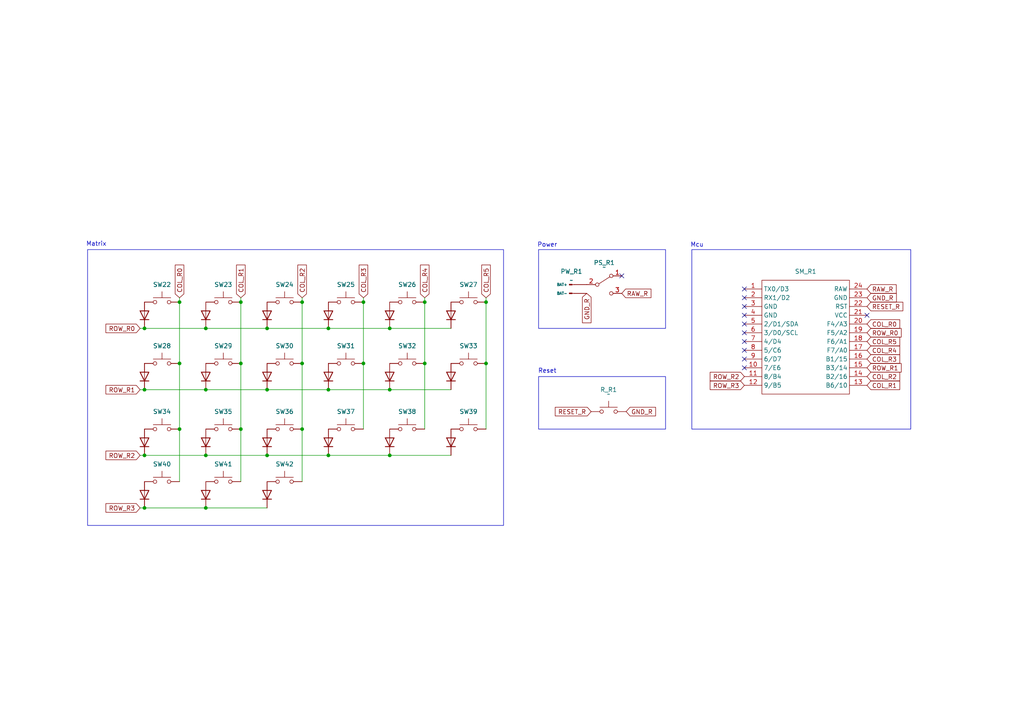
<source format=kicad_sch>
(kicad_sch (version 20250114) (generator "eeschema") (generator_version "9.0")
  (paper "A4")
  (lib_symbols
    (symbol "kometa:Battery" (pin_numbers (hide yes)) (pin_names (offset 1.778))
      (property "Reference" "PW" (at 0 4.826 0))
      (symbol "Battery_1_1"
        (rectangle (start -1.6764 1.397) (end -2.54 1.143) (stroke (width 0.1524)) (fill (type outline)))
        (rectangle (start -1.6764 -1.143) (end -2.54 -1.397) (stroke (width 0.1524)) (fill (type outline)))
        (polyline (pts (xy -1.27 1.27) (xy -1.6764 1.27)) (stroke (width 0.1524)))
        (polyline (pts (xy -1.27 -1.27) (xy -1.6764 -1.27)) (stroke (width 0.1524)))
        (pin passive line (at 2.54 1.27 180) (length 3.81) (name "BAT+") (number "1"))
        (pin passive line (at 2.54 -1.27 180) (length 3.81) (name "BAT-") (number "2"))
      )
    )
    (symbol "kometa:Diode" (pin_numbers (hide yes)) (pin_names (hide yes))
      (property "Reference" "D" (at 0 2.54 0))
      (symbol "Diode_0_1"
        (polyline (pts (xy -1.27 1.27) (xy -1.27 -1.27)) (stroke (width 0.254)))
        (polyline (pts (xy 1.27 1.27) (xy 1.27 -1.27) (xy -1.27 0) (xy 1.27 1.27)) (stroke (width 0.254)))
        (polyline (pts (xy 1.27 0) (xy -1.27 0)))
      )
      (symbol "Diode_1_1"
        (pin passive line (at -3.81 0 0) (length 2.54) (name "K") (number "1"))
        (pin passive line (at 3.81 0 180) (length 2.54) (name "A") (number "2"))
      )
    )
    (symbol "kometa:Keyswitch" (pin_numbers (hide yes)) (pin_names (hide yes))
      (property "Reference" "SW" (at 0 4.572 0))
      (symbol "Keyswitch_0_1"
        (circle (center -2.032 0) (radius 0.508))
        (polyline (pts (xy 0 1.27) (xy 0 3.048)))
        (circle (center 2.032 0) (radius 0.508))
        (polyline (pts (xy 2.54 1.27) (xy -2.54 1.27)))
        (pin passive line (at -5.08 0 0) (length 2.54) (name "1") (number "1"))
        (pin passive line (at 5.08 0 180) (length 2.54) (name "2") (number "2"))
      )
    )
    (symbol "kometa:Power" (pin_names (hide yes))
      (property "Reference" "PS" (at 0 7.874 0))
      (symbol "Power_0_0"
        (circle (center -4.572 0) (radius 0.508))
        (circle (center -0.508 -2.54) (radius 0.508))
      )
      (symbol "Power_0_1"
        (polyline (pts (xy -4.064 0.254) (xy -0.889 2.286)))
        (circle (center -0.508 2.54) (radius 0.508))
      )
      (symbol "Power_1_1"
        (pin passive line (at -7.62 0 0) (length 2.54) (name "B") (number "2"))
        (pin passive line (at 2.54 2.54 180) (length 2.54) (name "A") (number "1"))
        (pin passive line (at 2.54 -2.54 180) (length 2.54) (name "C") (number "3"))
      )
    )
    (symbol "kometa:Reset" (pin_numbers (hide yes)) (pin_names (offset 1.27) (hide yes))
      (property "Reference" "R" (at 0 4.826 0))
      (symbol "Reset_0_1"
        (circle (center -2.032 0) (radius 0.508))
        (polyline (pts (xy 0 1.27) (xy 0 3.048)))
        (circle (center 2.032 0) (radius 0.508))
        (polyline (pts (xy 2.54 1.27) (xy -2.54 1.27)))
        (pin passive line (at -5.08 0 0) (length 2.54) (name "1") (number "1"))
        (pin passive line (at 5.08 0 180) (length 2.54) (name "2") (number "2"))
      )
    )
    (symbol "kometa:SuperMini"
      (property "Reference" "SM" (at 0 17.272 0))
      (symbol "SuperMini_0_1"
        (rectangle (start -12.7 15.24) (end 12.7 -17.78))
      )
      (symbol "SuperMini_1_1"
        (pin bidirectional line (at -17.78 12.7 0) (length 5.08) (name "TX0/D3") (number "1"))
        (pin bidirectional line (at -17.78 10.16 0) (length 5.08) (name "RX1/D2") (number "2"))
        (pin power_in line (at -17.78 7.62 0) (length 5.08) (name "GND") (number "3"))
        (pin power_in line (at -17.78 5.08 0) (length 5.08) (name "GND") (number "4"))
        (pin bidirectional line (at -17.78 2.54 0) (length 5.08) (name "2/D1/SDA") (number "5"))
        (pin bidirectional line (at -17.78 0 0) (length 5.08) (name "3/D0/SCL") (number "6"))
        (pin bidirectional line (at -17.78 -2.54 0) (length 5.08) (name "4/D4") (number "7"))
        (pin bidirectional line (at -17.78 -5.08 0) (length 5.08) (name "5/C6") (number "8"))
        (pin bidirectional line (at -17.78 -7.62 0) (length 5.08) (name "6/D7") (number "9"))
        (pin bidirectional line (at -17.78 -10.16 0) (length 5.08) (name "7/E6") (number "10"))
        (pin bidirectional line (at -17.78 -12.7 0) (length 5.08) (name "8/B4") (number "11"))
        (pin bidirectional line (at -17.78 -15.24 0) (length 5.08) (name "9/B5") (number "12"))
        (pin power_out line (at 17.78 12.7 180) (length 5.08) (name "RAW") (number "24"))
        (pin power_in line (at 17.78 10.16 180) (length 5.08) (name "GND") (number "23"))
        (pin input line (at 17.78 7.62 180) (length 5.08) (name "RST") (number "22"))
        (pin power_in line (at 17.78 5.08 180) (length 5.08) (name "VCC") (number "21"))
        (pin bidirectional line (at 17.78 2.54 180) (length 5.08) (name "F4/A3") (number "20"))
        (pin bidirectional line (at 17.78 0 180) (length 5.08) (name "F5/A2") (number "19"))
        (pin bidirectional line (at 17.78 -2.54 180) (length 5.08) (name "F6/A1") (number "18"))
        (pin bidirectional line (at 17.78 -5.08 180) (length 5.08) (name "F7/A0") (number "17"))
        (pin bidirectional line (at 17.78 -7.62 180) (length 5.08) (name "B1/15") (number "16"))
        (pin bidirectional line (at 17.78 -10.16 180) (length 5.08) (name "B3/14") (number "15"))
        (pin bidirectional line (at 17.78 -12.7 180) (length 5.08) (name "B2/16") (number "14"))
        (pin bidirectional line (at 17.78 -15.24 180) (length 5.08) (name "B6/10") (number "13"))
      )
    )
  )
  (rectangle (start 156.21 72.39) (end 193.04 95.25))
  (rectangle (start 25.4 72.39) (end 146.05 152.4))
  (rectangle (start 200.66 72.39) (end 264.16 124.46))
  (rectangle (start 156.21 109.22) (end 193.04 124.46))
  (text "Reset\n" (at 158.75 107.696 0) (effects (font (size 1.27 1.27))))
  (text "Power\n" (at 158.75 71.12 0) (effects (font (size 1.27 1.27))))
  (text "Mcu" (at 202.184 71.12 0) (effects (font (size 1.27 1.27))))
  (text "Matrix\n" (at 27.94 70.866 0) (effects (font (size 1.27 1.27))))
  (junction (at 69.85 87.63))
  (junction (at 87.63 124.46))
  (junction (at 41.91 113.03))
  (junction (at 105.41 87.63))
  (junction (at 123.19 105.41))
  (junction (at 95.25 95.25))
  (junction (at 52.07 105.41))
  (junction (at 69.85 105.41))
  (junction (at 140.97 87.63))
  (junction (at 41.91 95.25))
  (junction (at 113.03 132.08))
  (junction (at 52.07 124.46))
  (junction (at 41.91 147.32))
  (junction (at 77.47 132.08))
  (junction (at 140.97 105.41))
  (junction (at 77.47 95.25))
  (junction (at 52.07 87.63))
  (junction (at 87.63 87.63))
  (junction (at 59.69 147.32))
  (junction (at 113.03 113.03))
  (junction (at 41.91 132.08))
  (junction (at 69.85 124.46))
  (junction (at 95.25 132.08))
  (junction (at 113.03 95.25))
  (junction (at 59.69 95.25))
  (junction (at 95.25 113.03))
  (junction (at 105.41 105.41))
  (junction (at 123.19 87.63))
  (junction (at 59.69 132.08))
  (junction (at 77.47 113.03))
  (junction (at 87.63 105.41))
  (junction (at 59.69 113.03))
  (no_connect (at 215.9 83.82))
  (no_connect (at 215.9 88.9))
  (no_connect (at 215.9 101.6))
  (no_connect (at 334.01 6.35))
  (no_connect (at 215.9 86.36))
  (no_connect (at 215.9 93.98))
  (no_connect (at 215.9 104.14))
  (no_connect (at 215.9 99.06))
  (no_connect (at 215.9 106.68))
  (no_connect (at 215.9 91.44))
  (no_connect (at 180.34 80.01))
  (no_connect (at 251.46 91.44))
  (no_connect (at 215.9 96.52))
  (wire (pts (xy 87.63 86.36) (xy 87.63 87.63)))
  (wire (pts (xy 41.91 95.25) (xy 59.69 95.25)))
  (wire (pts (xy 40.64 113.03) (xy 41.91 113.03)))
  (wire (pts (xy 59.69 113.03) (xy 77.47 113.03)))
  (wire (pts (xy 105.41 105.41) (xy 105.41 124.46)))
  (wire (pts (xy 52.07 124.46) (xy 52.07 139.7)))
  (wire (pts (xy 140.97 86.36) (xy 140.97 87.63)))
  (wire (pts (xy 123.19 86.36) (xy 123.19 87.63)))
  (wire (pts (xy 52.07 87.63) (xy 52.07 105.41)))
  (wire (pts (xy 123.19 105.41) (xy 123.19 124.46)))
  (wire (pts (xy 113.03 113.03) (xy 130.81 113.03)))
  (wire (pts (xy 69.85 105.41) (xy 69.85 124.46)))
  (wire (pts (xy 59.69 95.25) (xy 77.47 95.25)))
  (wire (pts (xy 40.64 147.32) (xy 41.91 147.32)))
  (wire (pts (xy 59.69 132.08) (xy 77.47 132.08)))
  (wire (pts (xy 105.41 87.63) (xy 105.41 105.41)))
  (wire (pts (xy 77.47 132.08) (xy 95.25 132.08)))
  (wire (pts (xy 113.03 132.08) (xy 130.81 132.08)))
  (wire (pts (xy 123.19 87.63) (xy 123.19 105.41)))
  (wire (pts (xy 41.91 132.08) (xy 59.69 132.08)))
  (wire (pts (xy 40.64 132.08) (xy 41.91 132.08)))
  (wire (pts (xy 87.63 124.46) (xy 87.63 139.7)))
  (wire (pts (xy 87.63 87.63) (xy 87.63 105.41)))
  (wire (pts (xy 113.03 95.25) (xy 130.81 95.25)))
  (wire (pts (xy 59.69 147.32) (xy 77.47 147.32)))
  (wire (pts (xy 87.63 105.41) (xy 87.63 124.46)))
  (wire (pts (xy 77.47 95.25) (xy 95.25 95.25)))
  (wire (pts (xy 41.91 113.03) (xy 59.69 113.03)))
  (wire (pts (xy 40.64 95.25) (xy 41.91 95.25)))
  (wire (pts (xy 69.85 86.36) (xy 69.85 87.63)))
  (wire (pts (xy 52.07 86.36) (xy 52.07 87.63)))
  (wire (pts (xy 52.07 105.41) (xy 52.07 124.46)))
  (wire (pts (xy 140.97 105.41) (xy 140.97 124.46)))
  (wire (pts (xy 105.41 86.36) (xy 105.41 87.63)))
  (wire (pts (xy 69.85 124.46) (xy 69.85 139.7)))
  (wire (pts (xy 69.85 87.63) (xy 69.85 105.41)))
  (wire (pts (xy 77.47 113.03) (xy 95.25 113.03)))
  (wire (pts (xy 140.97 87.63) (xy 140.97 105.41)))
  (wire (pts (xy 95.25 95.25) (xy 113.03 95.25)))
  (wire (pts (xy 41.91 147.32) (xy 59.69 147.32)))
  (wire (pts (xy 95.25 113.03) (xy 113.03 113.03)))
  (wire (pts (xy 95.25 132.08) (xy 113.03 132.08)))
  (global_label "COL_R4" (shape input) (at 251.46 101.6 0) (property "Intersheetrefs" "${INTERSHEET_REFS}" (effects (hide yes))))
  (global_label "ROW_R3" (shape input) (at 215.9 111.76 180) (property "Intersheetrefs" "${INTERSHEET_REFS}" (effects (hide yes))))
  (global_label "COL_R1" (shape input) (at 251.46 111.76 0) (property "Intersheetrefs" "${INTERSHEET_REFS}" (effects (hide yes))))
  (global_label "ROW_R1" (shape input) (at 40.64 113.03 180) (property "Intersheetrefs" "${INTERSHEET_REFS}" (effects (hide yes))))
  (global_label "COL_R5" (shape input) (at 251.46 99.06 0) (property "Intersheetrefs" "${INTERSHEET_REFS}" (effects (hide yes))))
  (global_label "RAW_R" (shape input) (at 251.46 83.82 0) (property "Intersheetrefs" "${INTERSHEET_REFS}" (effects (hide yes))))
  (global_label "ROW_R0" (shape input) (at 251.46 96.52 0) (property "Intersheetrefs" "${INTERSHEET_REFS}" (effects (hide yes))))
  (global_label "COL_R5" (shape input) (at 140.97 86.36 90) (property "Intersheetrefs" "${INTERSHEET_REFS}" (effects (hide yes))))
  (global_label "COL_R0" (shape input) (at 251.46 93.98 0) (property "Intersheetrefs" "${INTERSHEET_REFS}" (effects (hide yes))))
  (global_label "ROW_R3" (shape input) (at 40.64 147.32 180) (property "Intersheetrefs" "${INTERSHEET_REFS}" (effects (hide yes))))
  (global_label "COL_R4" (shape input) (at 123.19 86.36 90) (property "Intersheetrefs" "${INTERSHEET_REFS}" (effects (hide yes))))
  (global_label "ROW_R0" (shape input) (at 40.64 95.25 180) (property "Intersheetrefs" "${INTERSHEET_REFS}" (effects (hide yes))))
  (global_label "COL_R0" (shape input) (at 52.07 86.36 90) (property "Intersheetrefs" "${INTERSHEET_REFS}" (effects (hide yes))))
  (global_label "RESET_R" (shape input) (at 171.45 119.38 180) (property "Intersheetrefs" "${INTERSHEET_REFS}" (effects (hide yes))))
  (global_label "COL_R3" (shape input) (at 251.46 104.14 0) (property "Intersheetrefs" "${INTERSHEET_REFS}" (effects (hide yes))))
  (global_label "GND_R" (shape input) (at 170.18 85.09 270) (property "Intersheetrefs" "${INTERSHEET_REFS}" (effects (hide yes))))
  (global_label "ROW_R2" (shape input) (at 215.9 109.22 180) (property "Intersheetrefs" "${INTERSHEET_REFS}" (effects (hide yes))))
  (global_label "ROW_R1" (shape input) (at 251.46 106.68 0) (property "Intersheetrefs" "${INTERSHEET_REFS}" (effects (hide yes))))
  (global_label "RESET_R" (shape input) (at 251.46 88.9 0) (property "Intersheetrefs" "${INTERSHEET_REFS}" (effects (hide yes))))
  (global_label "RAW_R" (shape input) (at 180.34 85.09 0) (property "Intersheetrefs" "${INTERSHEET_REFS}" (effects (hide yes))))
  (global_label "COL_R2" (shape input) (at 87.63 86.36 90) (property "Intersheetrefs" "${INTERSHEET_REFS}" (effects (hide yes))))
  (global_label "COL_R3" (shape input) (at 105.41 86.36 90) (property "Intersheetrefs" "${INTERSHEET_REFS}" (effects (hide yes))))
  (global_label "COL_R2" (shape input) (at 251.46 109.22 0) (property "Intersheetrefs" "${INTERSHEET_REFS}" (effects (hide yes))))
  (global_label "COL_R1" (shape input) (at 69.85 86.36 90) (property "Intersheetrefs" "${INTERSHEET_REFS}" (effects (hide yes))))
  (global_label "ROW_R2" (shape input) (at 40.64 132.08 180) (property "Intersheetrefs" "${INTERSHEET_REFS}" (effects (hide yes))))
  (global_label "GND_R" (shape input) (at 181.61 119.38 0) (property "Intersheetrefs" "${INTERSHEET_REFS}" (effects (hide yes))))
  (global_label "GND_R" (shape input) (at 251.46 86.36 0) (property "Intersheetrefs" "${INTERSHEET_REFS}" (effects (hide yes))))
  (symbol (lib_id "kometa:Keyswitch") (at 64.77 87.63 0) (unit 1)
    (property "Reference" "SW23" (at 64.77 82.55 0))
    (property "Footprint" "lib:ChocV2" (effects (hide yes)))
  )
  (symbol (lib_id "kometa:Keyswitch") (at 135.89 124.46 0) (unit 1)
    (property "Reference" "SW39" (at 135.89 119.38 0))
    (property "Footprint" "lib:ChocV2" (effects (hide yes)))
  )
  (symbol (lib_id "kometa:Diode") (at 130.81 109.22 90) (unit 1)
    (property "Reference" "D33" (effects (hide yes)))
    (property "Footprint" "lib:Diode" (effects (hide yes)))
  )
  (symbol (lib_id "kometa:Diode") (at 77.47 128.27 90) (unit 1)
    (property "Reference" "D36" (effects (hide yes)))
    (property "Footprint" "lib:Diode" (effects (hide yes)))
  )
  (symbol (lib_id "kometa:Keyswitch") (at 64.77 105.41 0) (unit 1)
    (property "Reference" "SW29" (at 64.77 100.33 0))
    (property "Footprint" "lib:ChocV2" (effects (hide yes)))
  )
  (symbol (lib_id "kometa:Diode") (at 95.25 128.27 90) (unit 1)
    (property "Reference" "D37" (effects (hide yes)))
    (property "Footprint" "lib:Diode" (effects (hide yes)))
  )
  (symbol (lib_id "kometa:Keyswitch") (at 46.99 124.46 0) (unit 1)
    (property "Reference" "SW34" (at 46.99 119.38 0))
    (property "Footprint" "lib:ChocV2" (effects (hide yes)))
  )
  (symbol (lib_id "kometa:Keyswitch") (at 135.89 105.41 0) (unit 1)
    (property "Reference" "SW33" (at 135.89 100.33 0))
    (property "Footprint" "lib:ChocV2" (effects (hide yes)))
  )
  (symbol (lib_id "kometa:Diode") (at 77.47 109.22 90) (unit 1)
    (property "Reference" "D30" (effects (hide yes)))
    (property "Footprint" "lib:Diode" (effects (hide yes)))
  )
  (symbol (lib_id "kometa:Keyswitch") (at 118.11 124.46 0) (unit 1)
    (property "Reference" "SW38" (at 118.11 119.38 0))
    (property "Footprint" "lib:ChocV2" (effects (hide yes)))
  )
  (symbol (lib_id "kometa:Diode") (at 113.03 109.22 90) (unit 1)
    (property "Reference" "D32" (effects (hide yes)))
    (property "Footprint" "lib:Diode" (effects (hide yes)))
  )
  (symbol (lib_id "kometa:Diode") (at 130.81 91.44 90) (unit 1)
    (property "Reference" "D27" (effects (hide yes)))
    (property "Footprint" "lib:Diode" (effects (hide yes)))
  )
  (symbol (lib_id "kometa:Diode") (at 95.25 91.44 90) (unit 1)
    (property "Reference" "D25" (effects (hide yes)))
    (property "Footprint" "lib:Diode" (effects (hide yes)))
  )
  (symbol (lib_id "kometa:Diode") (at 59.69 143.51 90) (unit 1)
    (property "Reference" "D41" (effects (hide yes)))
    (property "Footprint" "lib:Diode" (effects (hide yes)))
  )
  (symbol (lib_id "kometa:Keyswitch") (at 135.89 87.63 0) (unit 1)
    (property "Reference" "SW27" (at 135.89 82.55 0))
    (property "Footprint" "lib:ChocV2" (effects (hide yes)))
  )
  (symbol (lib_id "kometa:Diode") (at 41.91 91.44 90) (unit 1)
    (property "Reference" "D22" (effects (hide yes)))
    (property "Footprint" "lib:Diode" (effects (hide yes)))
  )
  (symbol (lib_id "kometa:Keyswitch") (at 46.99 139.7 0) (unit 1)
    (property "Reference" "SW40" (at 46.99 134.62 0))
    (property "Footprint" "lib:ChocV2" (effects (hide yes)))
  )
  (symbol (lib_id "kometa:Diode") (at 59.69 91.44 90) (unit 1)
    (property "Reference" "D23" (effects (hide yes)))
    (property "Footprint" "lib:Diode" (effects (hide yes)))
  )
  (symbol (lib_id "kometa:Reset") (at 176.53 119.38 0) (unit 1)
    (property "Reference" "R_R1" (at 176.53 113.03 0))
    (property "Value" "~" (at 176.53 114.3 0))
    (property "Footprint" "lib:Reset" (effects (hide yes)))
  )
  (symbol (lib_id "kometa:Battery") (at 167.64 83.82 0) (unit 1)
    (property "Reference" "PW_R1" (at 165.735 78.74 0))
    (property "Value" "~" (at 165.735 81.28 0))
    (property "Footprint" "lib:Battery" (effects (hide yes)))
  )
  (symbol (lib_id "kometa:Diode") (at 113.03 91.44 90) (unit 1)
    (property "Reference" "D26" (effects (hide yes)))
    (property "Footprint" "lib:Diode" (effects (hide yes)))
  )
  (symbol (lib_id "kometa:Diode") (at 130.81 128.27 90) (unit 1)
    (property "Reference" "D39" (effects (hide yes)))
    (property "Footprint" "lib:Diode" (effects (hide yes)))
  )
  (symbol (lib_id "kometa:Keyswitch") (at 118.11 87.63 0) (unit 1)
    (property "Reference" "SW26" (at 118.11 82.55 0))
    (property "Footprint" "lib:ChocV2" (effects (hide yes)))
  )
  (symbol (lib_id "kometa:Diode") (at 41.91 143.51 90) (unit 1)
    (property "Reference" "D40" (effects (hide yes)))
    (property "Footprint" "lib:Diode" (effects (hide yes)))
  )
  (symbol (lib_id "kometa:Keyswitch") (at 82.55 139.7 0) (unit 1)
    (property "Reference" "SW42" (at 82.55 134.62 0))
    (property "Footprint" "lib:ChocV2" (effects (hide yes)))
  )
  (symbol (lib_id "kometa:Diode") (at 77.47 143.51 90) (unit 1)
    (property "Reference" "D42" (effects (hide yes)))
    (property "Footprint" "lib:Diode" (effects (hide yes)))
  )
  (symbol (lib_id "kometa:Keyswitch") (at 100.33 105.41 0) (unit 1)
    (property "Reference" "SW31" (at 100.33 100.33 0))
    (property "Footprint" "lib:ChocV2" (effects (hide yes)))
  )
  (symbol (lib_id "kometa:Keyswitch") (at 100.33 124.46 0) (unit 1)
    (property "Reference" "SW37" (at 100.33 119.38 0))
    (property "Footprint" "lib:ChocV2" (effects (hide yes)))
  )
  (symbol (lib_id "kometa:Keyswitch") (at 64.77 139.7 0) (unit 1)
    (property "Reference" "SW41" (at 64.77 134.62 0))
    (property "Footprint" "lib:ChocV2" (effects (hide yes)))
  )
  (symbol (lib_id "kometa:Keyswitch") (at 46.99 87.63 0) (unit 1)
    (property "Reference" "SW22" (at 46.99 82.55 0))
    (property "Footprint" "lib:ChocV2" (effects (hide yes)))
  )
  (symbol (lib_id "kometa:Diode") (at 59.69 109.22 90) (unit 1)
    (property "Reference" "D29" (effects (hide yes)))
    (property "Footprint" "lib:Diode" (effects (hide yes)))
  )
  (symbol (lib_id "kometa:Keyswitch") (at 82.55 105.41 0) (unit 1)
    (property "Reference" "SW30" (at 82.55 100.33 0))
    (property "Footprint" "lib:ChocV2" (effects (hide yes)))
  )
  (symbol (lib_id "kometa:Keyswitch") (at 46.99 105.41 0) (unit 1)
    (property "Reference" "SW28" (at 46.99 100.33 0))
    (property "Footprint" "lib:ChocV2" (effects (hide yes)))
  )
  (symbol (lib_id "kometa:Diode") (at 41.91 109.22 90) (unit 1)
    (property "Reference" "D28" (effects (hide yes)))
    (property "Footprint" "lib:Diode" (effects (hide yes)))
  )
  (symbol (lib_id "kometa:Keyswitch") (at 118.11 105.41 0) (unit 1)
    (property "Reference" "SW32" (at 118.11 100.33 0))
    (property "Footprint" "lib:ChocV2" (effects (hide yes)))
  )
  (symbol (lib_id "kometa:Diode") (at 41.91 128.27 90) (unit 1)
    (property "Reference" "D34" (effects (hide yes)))
    (property "Footprint" "lib:Diode" (effects (hide yes)))
  )
  (symbol (lib_id "kometa:Keyswitch") (at 64.77 124.46 0) (unit 1)
    (property "Reference" "SW35" (at 64.77 119.38 0))
    (property "Footprint" "lib:ChocV2" (effects (hide yes)))
  )
  (symbol (lib_id "kometa:Diode") (at 113.03 128.27 90) (unit 1)
    (property "Reference" "D38" (effects (hide yes)))
    (property "Footprint" "lib:Diode" (effects (hide yes)))
  )
  (symbol (lib_id "kometa:SuperMini") (at 233.68 96.52 0) (unit 1)
    (property "Reference" "SM_R1" (at 233.68 78.74 0))
    (property "Footprint" "lib:SuperMini" (effects (hide yes)))
  )
  (symbol (lib_id "kometa:Keyswitch") (at 82.55 87.63 0) (unit 1)
    (property "Reference" "SW24" (at 82.55 82.55 0))
    (property "Footprint" "lib:ChocV2" (effects (hide yes)))
  )
  (symbol (lib_id "kometa:Keyswitch") (at 82.55 124.46 0) (unit 1)
    (property "Reference" "SW36" (at 82.55 119.38 0))
    (property "Footprint" "lib:ChocV2" (effects (hide yes)))
  )
  (symbol (lib_id "kometa:Power") (at 177.8 82.55 0) (unit 1)
    (property "Reference" "PS_R1" (at 175.26 76.2 0))
    (property "Value" "~" (at 175.26 77.47 0))
    (property "Footprint" "lib:MSK-12C02" (effects (hide yes)))
  )
  (symbol (lib_id "kometa:Diode") (at 95.25 109.22 90) (unit 1)
    (property "Reference" "D31" (effects (hide yes)))
    (property "Footprint" "lib:Diode" (effects (hide yes)))
  )
  (symbol (lib_id "kometa:Diode") (at 77.47 91.44 90) (unit 1)
    (property "Reference" "D24" (effects (hide yes)))
    (property "Footprint" "lib:Diode" (effects (hide yes)))
  )
  (symbol (lib_id "kometa:Keyswitch") (at 100.33 87.63 0) (unit 1)
    (property "Reference" "SW25" (at 100.33 82.55 0))
    (property "Footprint" "lib:ChocV2" (effects (hide yes)))
  )
  (symbol (lib_id "kometa:Diode") (at 59.69 128.27 90) (unit 1)
    (property "Reference" "D35" (effects (hide yes)))
    (property "Footprint" "lib:Diode" (effects (hide yes)))
  )
)
</source>
